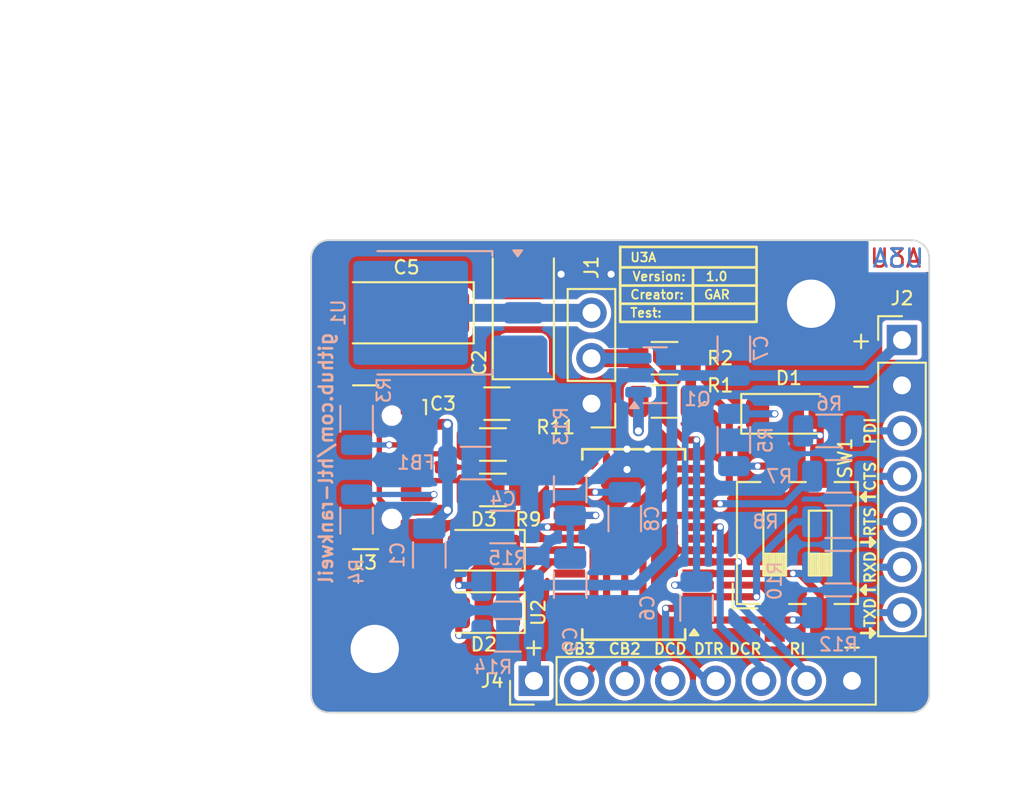
<source format=kicad_pcb>
(kicad_pcb (version 20221018) (generator pcbnew)
  (title_block (title "${acronym} - ${title}") (date "${date}") (rev "${revision}") (company "${company}") (comment 1 "${creator}") (comment 2 "${license}"))
  (layers (0 "F.Cu" signal) (31 "B.Cu" signal) (34 "B.Paste" user) (35 "F.Paste" user) (36 "B.SilkS" user "B.Silkscreen") (37 "F.SilkS" user "F.Silkscreen") (38 "B.Mask" user) (39 "F.Mask" user) (44 "Edge.Cuts" user))
  (property "acronym" "U3A")
  (property "company" "HTL-Rankweil")
  (property "creator" "GAR")
  (property "date" "1337-13-37")
  (property "license" "CC BY-NC-SA 4.0")
  (property "link" "github.com/htl-rankweil")
  (property "revision" "1.0")
  (property "title" "U3A - USB/UART/UPDI Adapter")
  (net 0 "")
  (net 1 "GND")
  (net 2 "+5V")
  (net 3 "VCC")
  (net 4 "Net-(D1-K)")
  (net 5 "Net-(D1-A)")
  (net 6 "Net-(J1-Pin_3)")
  (net 7 "Net-(D2-K)")
  (net 8 "Net-(D2-A)")
  (net 9 "Net-(D3-K)")
  (net 10 "Net-(D3-A)")
  (net 11 "Net-(J1-Pin_2)")
  (net 12 "RTS")
  (net 13 "CTS")
  (net 14 "/DTR")
  (net 15 "/DCR")
  (net 16 "/DCD")
  (net 17 "/RI")
  (net 18 "/CBUS2")
  (net 19 "/CBUS3")
  (net 20 "Net-(Q1-G)")
  (net 21 "~{PWR_EN}")
  (net 22 "TXD")
  (net 23 "RXD")
  (net 24 "Net-(C1-Pad2)")
  (net 25 "Net-(U2-3V3OUT)")
  (net 26 "Net-(U2-~{RESET})")
  (net 27 "Net-(J2-Pin_3)")
  (net 28 "Net-(J2-Pin_4)")
  (net 29 "Net-(J2-Pin_5)")
  (net 30 "Net-(J2-Pin_6)")
  (net 31 "Net-(J2-Pin_7)")
  (net 32 "Net-(J3-CC1)")
  (net 33 "Net-(J3-D+-PadA6)")
  (net 34 "Net-(J3-D--PadA7)")
  (net 36 "Net-(J3-CC2)")
  (net 38 "Net-(R5-Pad2)")
  (net 39 "Net-(U2-USBD+)")
  (net 40 "Net-(U2-USBD-)")
  (footprint "Capacitor_Tantalum_SMD:CP_EIA-6032-28_Kemet-C" (layer "F.Cu") (at 156.637618 80.219118 90)
    (fp_text reference "C2" (at -2.838882 -2.459618 90) (layer "F.SilkS") (effects (font (size 0.75 0.75) (thickness 0.12))))
    (fp_text value "10u")
    (pad "1" smd roundrect (at -2.4625 0 90) (size 2.075 2.35) (layers "F.Cu" "F.Paste" "F.Mask") (roundrect_rratio 0.1204819277) (net 2 "+5V"))
    (pad "2" smd roundrect (at 2.4625 0 90) (size 2.075 2.35) (layers "F.Cu" "F.Paste" "F.Mask") (roundrect_rratio 0.1204819277) (net 1 "GND"))
  )
  (footprint "Button_Switch_SMD:SW_DIP_SPSTx02_Slide_6.7x6.64mm_W8.61mm_P2.54mm_LowProfile" (layer "F.Cu") (at 171.958 93.138 90)
    (fp_text reference "SW1" (at 4.746 2.667 90) (layer "F.SilkS") (effects (font (size 0.75 0.75) (thickness 0.12))))
    (fp_text value "SW_DIP_x02" hide)
    (pad "1" smd rect (at -4.305 -1.27 90) (size 2.44 1.12) (layers "F.Cu" "F.Paste" "F.Mask") (net 22 "TXD"))
    (pad "2" smd rect (at -4.305 1.27 90) (size 2.44 1.12) (layers "F.Cu" "F.Paste" "F.Mask") (net 23 "RXD"))
    (pad "3" smd rect (at 4.305 1.27 90) (size 2.44 1.12) (layers "F.Cu" "F.Paste" "F.Mask") (net 5 "Net-(D1-A)"))
    (pad "4" smd rect (at 4.305 -1.27 90) (size 2.44 1.12) (layers "F.Cu" "F.Paste" "F.Mask") (net 38 "Net-(R5-Pad2)"))
  )
  (footprint "MountingHole:MountingHole_2.7mm_M2.5_Pad" (layer "F.Cu") (at 148.336 99.06)
    (fp_text reference "H1" hide)
    (fp_text value "MountingHole_Pad" hide)
    (pad "1" thru_hole circle (at 0 0) (size 5.4 5.4) (drill 2.7) (layers "*.Cu" "*.Mask") (net 1 "GND"))
  )
  (footprint "Resistor_SMD:R_1206_3216Metric" (layer "F.Cu") (at 154.94 90.17)
    (fp_text reference "R9" (at 1.9812 1.651) (layer "F.SilkS") (effects (font (size 0.75 0.75) (thickness 0.12))))
    (fp_text value "27R")
    (pad "1" smd roundrect (at -1.4625 0) (size 1.125 1.75) (layers "F.Cu" "F.Paste" "F.Mask") (roundrect_rratio 0.2222222222) (net 33 "Net-(J3-D+-PadA6)"))
    (pad "2" smd roundrect (at 1.4625 0) (size 1.125 1.75) (layers "F.Cu" "F.Paste" "F.Mask") (roundrect_rratio 0.2222222222) (net 39 "Net-(U2-USBD+)"))
  )
  (footprint "Capacitor_SMD:C_1206_3216Metric" (layer "F.Cu") (at 155.162618 85.344)
    (fp_text reference "C3" (at -3.016618 0) (layer "F.SilkS") (effects (font (size 0.75 0.75) (thickness 0.12))))
    (fp_text value "100n")
    (pad "1" smd roundrect (at -1.475 0) (size 1.15 1.8) (layers "F.Cu" "F.Paste" "F.Mask") (roundrect_rratio 0.2173913043) (net 1 "GND"))
    (pad "2" smd roundrect (at 1.475 0) (size 1.15 1.8) (layers "F.Cu" "F.Paste" "F.Mask") (roundrect_rratio 0.2173913043) (net 2 "+5V"))
  )
  (footprint "LED_SMD:LED_1206_3216Metric" (layer "F.Cu") (at 154.432 97.028 180)
    (fp_text reference "D2" (at 0 -1.778) (layer "F.SilkS") (effects (font (size 0.75 0.75) (thickness 0.12))))
    (fp_text value "Red")
    (pad "1" smd roundrect (at -1.4 0 180) (size 1.25 1.75) (layers "F.Cu" "F.Paste" "F.Mask") (roundrect_rratio 0.2) (net 7 "Net-(D2-K)"))
    (pad "2" smd roundrect (at 1.4 0 180) (size 1.25 1.75) (layers "F.Cu" "F.Paste" "F.Mask") (roundrect_rratio 0.2) (net 8 "Net-(D2-A)"))
  )
  (footprint "Connector_PinHeader_2.54mm:PinHeader_1x08_P2.54mm_Vertical" (layer "F.Cu") (at 157.226 100.843618 90)
    (fp_text reference "J4" (at 0 -2.33 180) (layer "F.SilkS") (effects (font (size 0.75 0.75) (thickness 0.12))))
    (fp_text value "Conn_01x08_Pin" hide)
    (pad "1" thru_hole rect locked (at 0 0 90) (size 1.7 1.7) (drill 1) (layers "*.Cu" "*.Mask") (net 3 "VCC"))
    (pad "2" thru_hole oval locked (at 0 2.54 90) (size 1.7 1.7) (drill 1) (layers "*.Cu" "*.Mask") (net 19 "/CBUS3"))
    (pad "3" thru_hole oval locked (at 0 5.08 90) (size 1.7 1.7) (drill 1) (layers "*.Cu" "*.Mask") (net 18 "/CBUS2"))
    (pad "4" thru_hole oval locked (at 0 7.62 90) (size 1.7 1.7) (drill 1) (layers "*.Cu" "*.Mask") (net 16 "/DCD"))
    (pad "5" thru_hole oval locked (at 0 10.16 90) (size 1.7 1.7) (drill 1) (layers "*.Cu" "*.Mask") (net 14 "/DTR"))
    (pad "6" thru_hole oval locked (at 0 12.7 90) (size 1.7 1.7) (drill 1) (layers "*.Cu" "*.Mask") (net 15 "/DCR"))
    (pad "7" thru_hole oval locked (at 0 15.24 90) (size 1.7 1.7) (drill 1) (layers "*.Cu" "*.Mask") (net 17 "/RI"))
    (pad "8" thru_hole oval locked (at 0 17.78 90) (size 1.7 1.7) (drill 1) (layers "*.Cu" "*.Mask") (net 1 "GND"))
  )
  (footprint "Resistor_SMD:R_1206_3216Metric" (layer "F.Cu") (at 164.5305 82.804)
    (fp_text reference "R2" (at 3.1095 0) (layer "F.SilkS") (effects (font (size 0.75 0.75) (thickness 0.12))))
    (fp_text value "10k")
    (pad "1" smd roundrect (at -1.4625 0) (size 1.125 1.75) (layers "F.Cu" "F.Paste" "F.Mask") (roundrect_rratio 0.2222222222) (net 11 "Net-(J1-Pin_2)"))
    (pad "2" smd roundrect (at 1.4625 0) (size 1.125 1.75) (layers "F.Cu" "F.Paste" "F.Mask") (roundrect_rratio 0.2222222222) (net 21 "~{PWR_EN}"))
  )
  (footprint "Connector_PinHeader_2.54mm:PinHeader_1x07_P2.54mm_Vertical" (layer "F.Cu") (at 177.8 81.783)
    (fp_text reference "J2" (at 0 -2.33) (layer "F.SilkS") (effects (font (size 0.75 0.75) (thickness 0.12))))
    (fp_text value "Conn_01x07_Pin" hide)
    (pad "1" thru_hole rect locked (at 0 0) (size 1.7 1.7) (drill 1) (layers "*.Cu" "*.Mask") (net 3 "VCC"))
    (pad "2" thru_hole oval locked (at 0 2.54) (size 1.7 1.7) (drill 1) (layers "*.Cu" "*.Mask") (net 1 "GND"))
    (pad "3" thru_hole oval locked (at 0 5.08) (size 1.7 1.7) (drill 1) (layers "*.Cu" "*.Mask") (net 27 "Net-(J2-Pin_3)"))
    (pad "4" thru_hole oval locked (at 0 7.62) (size 1.7 1.7) (drill 1) (layers "*.Cu" "*.Mask") (net 28 "Net-(J2-Pin_4)"))
    (pad "5" thru_hole oval locked (at 0 10.16) (size 1.7 1.7) (drill 1) (layers "*.Cu" "*.Mask") (net 29 "Net-(J2-Pin_5)"))
    (pad "6" thru_hole oval locked (at 0 12.7) (size 1.7 1.7) (drill 1) (layers "*.Cu" "*.Mask") (net 30 "Net-(J2-Pin_6)"))
    (pad "7" thru_hole oval locked (at 0 15.24) (size 1.7 1.7) (drill 1) (layers "*.Cu" "*.Mask") (net 31 "Net-(J2-Pin_7)"))
  )
  (footprint "Resistor_SMD:R_1206_3216Metric" (layer "F.Cu") (at 154.94 87.63)
    (fp_text reference "R11" (at 3.5052 -0.9652) (layer "F.SilkS") (effects (font (size 0.75 0.75) (thickness 0.12))))
    (fp_text value "27R")
    (pad "1" smd roundrect (at -1.4625 0) (size 1.125 1.75) (layers "F.Cu" "F.Paste" "F.Mask") (roundrect_rratio 0.2222222222) (net 34 "Net-(J3-D--PadA7)"))
    (pad "2" smd roundrect (at 1.4625 0) (size 1.125 1.75) (layers "F.Cu" "F.Paste" "F.Mask") (roundrect_rratio 0.2222222222) (net 40 "Net-(U2-USBD-)"))
  )
  (footprint "Diode_SMD:D_MiniMELF" (layer "F.Cu") (at 171.478 85.9135)
    (fp_text reference "D1" (at 0 -2) (layer "F.SilkS") (effects (font (size 0.75 0.75) (thickness 0.12))))
    (fp_text value "BAT43")
    (pad "1" smd roundrect (at -1.75 0) (size 1.3 1.7) (layers "F.Cu" "F.Paste" "F.Mask") (roundrect_rratio 0.1923076923) (net 4 "Net-(D1-K)"))
    (pad "2" smd roundrect (at 1.75 0) (size 1.3 1.7) (layers "F.Cu" "F.Paste" "F.Mask") (roundrect_rratio 0.1923076923) (net 5 "Net-(D1-A)"))
  )
  (footprint "LED_SMD:LED_1206_3216Metric" (layer "F.Cu") (at 154.432 93.543 180)
    (fp_text reference "D3" (at 0 1.722) (layer "F.SilkS") (effects (font (size 0.75 0.75) (thickness 0.12))))
    (fp_text value "Green")
    (pad "1" smd roundrect (at -1.4 0 180) (size 1.25 1.75) (layers "F.Cu" "F.Paste" "F.Mask") (roundrect_rratio 0.2) (net 9 "Net-(D3-K)"))
    (pad "2" smd roundrect (at 1.4 0 180) (size 1.25 1.75) (layers "F.Cu" "F.Paste" "F.Mask") (roundrect_rratio 0.2) (net 10 "Net-(D3-A)"))
  )
  (footprint "Connector_PinHeader_2.54mm:PinHeader_1x03_P2.54mm_Vertical" (layer "F.Cu") (at 160.447618 85.344 180)
    (fp_text reference "J1" (at 0 7.62 90) (layer "F.SilkS") (effects (font (size 0.75 0.75) (thickness 0.12))))
    (fp_text value "Conn_01x03_Pin" hide)
    (pad "1" thru_hole rect locked (at 0 0 180) (size 1.7 1.7) (drill 1) (layers "*.Cu" "*.Mask") (net 2 "+5V"))
    (pad "2" thru_hole oval locked (at 0 2.54 180) (size 1.7 1.7) (drill 1) (layers "*.Cu" "*.Mask") (net 11 "Net-(J1-Pin_2)"))
    (pad "3" thru_hole oval locked (at 0 5.08 180) (size 1.7 1.7) (drill 1) (layers "*.Cu" "*.Mask") (net 6 "Net-(J1-Pin_3)"))
  )
  (footprint "MountingHole:MountingHole_2.7mm_M2.5_Pad" (layer "F.Cu") (at 172.72 79.756)
    (fp_text reference "H2" hide)
    (fp_text value "MountingHole_Pad" hide)
    (pad "1" thru_hole circle (at 0 0) (size 5.4 5.4) (drill 2.7) (layers "*.Cu" "*.Mask") (net 1 "GND"))
  )
  (footprint "Capacitor_Tantalum_SMD:CP_EIA-6032-28_Kemet-C" (layer "F.Cu") (at 150.107618 80.264 180)
    (fp_text reference "C5" (at 0 2.54) (layer "F.SilkS") (effects (font (size 0.75 0.75) (thickness 0.12))))
    (fp_text value "10u")
    (pad "1" smd roundrect (at -2.4625 0 180) (size 2.075 2.35) (layers "F.Cu" "F.Paste" "F.Mask") (roundrect_rratio 0.1204819277) (net 6 "Net-(J1-Pin_3)"))
    (pad "2" smd roundrect (at 2.4625 0 180) (size 2.075 2.35) (layers "F.Cu" "F.Paste" "F.Mask") (roundrect_rratio 0.1204819277) (net 1 "GND"))
  )
  (footprint "Connector_USB:USB_C_Receptacle_GCT_USB4110" (layer "F.Cu") (at 146.685 88.9 -90)
    (fp_text reference "J3" (at 5.334 -1.143 unlocked) (layer "F.SilkS") (effects (font (size 0.75 0.75) (thickness 0.12))))
    (fp_text value "USB_C")
    (pad "" np_thru_hole circle locked (at -2.89 -2.605 270) (size 0.65 0.65) (drill 0.65) (layers "F&B.Cu" "*.Mask"))
    (pad "" np_thru_hole circle locked (at 2.89 -2.605 270) (size 0.65 0.65) (drill 0.65) (layers "F&B.Cu" "*.Mask"))
    (pad "A1" smd roundrect locked (at -3.2 -3.68 270) (size 0.6 1.15) (layers "F.Cu" "F.Paste" "F.Mask") (net 1 "GND"))
    (pad "A4" smd roundrect locked (at -2.4 -3.68 270) (size 0.6 1.15) (layers "F.Cu" "F.Paste" "F.Mask") (net 24 "Net-(C1-Pad2)"))
    (pad "A5" smd roundrect locked (at -1.25 -3.68 270) (size 0.3 1.15) (layers "F.Cu" "F.Paste" "F.Mask") (net 32 "Net-(J3-CC1)"))
    (pad "A6" smd roundrect locked (at -0.25 -3.68 270) (size 0.3 1.15) (layers "F.Cu" "F.Paste" "F.Mask") (net 33 "Net-(J3-D+-PadA6)"))
    (pad "A7" smd roundrect locked (at 0.25 -3.68 270) (size 0.3 1.15) (layers "F.Cu" "F.Paste" "F.Mask") (net 34 "Net-(J3-D--PadA7)"))
    (pad "A8" smd roundrect locked (at 1.25 -3.68 270) (size 0.3 1.15) (layers "F.Cu" "F.Paste" "F.Mask"))
    (pad "A9" smd roundrect locked (at 2.4 -3.68 270) (size 0.6 1.15) (layers "F.Cu" "F.Paste" "F.Mask") (net 24 "Net-(C1-Pad2)"))
    (pad "A12" smd roundrect locked (at 3.2 -3.68 270) (size 0.6 1.15) (layers "F.Cu" "F.Paste" "F.Mask") (net 1 "GND"))
    (pad "B1" smd roundrect locked (at 3.2 -3.68 270) (size 0.6 1.15) (layers "F.Cu" "F.Paste" "F.Mask") (net 1 "GND"))
    (pad "B4" smd roundrect locked (at 2.4 -3.68 270) (size 0.6 1.15) (layers "F.Cu" "F.Paste" "F.Mask") (net 24 "Net-(C1-Pad2)"))
    (pad "B5" smd roundrect locked (at 1.75 -3.68 270) (size 0.3 1.15) (layers "F.Cu" "F.Paste" "F.Mask") (net 36 "Net-(J3-CC2)"))
    (pad "B6" smd roundrect locked (at 0.75 -3.68 270) (size 0.3 1.15) (layers "F.Cu" "F.Paste" "F.Mask") (net 33 "Net-(J3-D+-PadA6)"))
    (pad "B7" smd roundrect locked (at -0.75 -3.68 270) (size 0.3 1.15) (layers "F.Cu" "F.Paste" "F.Mask") (net 34 "Net-(J3-D--PadA7)"))
    (pad "B8" smd roundrect locked (at -1.75 -3.68 270) (size 0.3 1.15) (layers "F.Cu" "F.Paste" "F.Mask"))
    (pad "B9" smd roundrect locked (at -2.4 -3.68 270) (size 0.6 1.15) (layers "F.Cu" "F.Paste" "F.Mask") (net 24 "Net-(C1-Pad2)"))
    (pad "B12" smd roundrect locked (at -3.2 -3.68 270) (size 0.6 1.15) (layers "F.Cu" "F.Paste" "F.Mask") (net 1 "GND"))
    (pad "S1" smd roundrect locked (at -5.11 -3.105 270) (size 2.18 2) (layers "F.Cu" "F.Paste" "F.Mask") (roundrect_rratio 0.125) (net 1 "GND"))
    (pad "S1" smd roundrect locked (at -5.11 0.825 270) (size 2.18 2) (layers "F.Cu" "F.Paste" "F.Mask") (roundrect_rratio 0.125) (net 1 "GND"))
    (pad "S1" smd roundrect locked (at 5.11 -3.105 270) (size 2.18 2) (layers "F.Cu" "F.Paste" "F.Mask") (roundrect_rratio 0.125) (net 1 "GND"))
    (pad "S1" smd roundrect locked (at 5.11 0.825 270) (size 2.18 2) (layers "F.Cu" "F.Paste" "F.Mask") (roundrect_rratio 0.125) (net 1 "GND"))
  )
  (footprint "Package_SO:SSOP-28_5.3x10.2mm_P0.65mm" (layer "F.Cu") (at 162.807618 93.218 180)
    (fp_text reference "U2" (at 5.327618 -3.81 90) (layer "F.SilkS") (effects (font (size 0.75 0.75) (thickness 0.12))))
    (fp_text value "FT232RL")
    (pad "1" smd rect (at -3.6 -4.225 180) (size 1.75 0.45) (layers "F.Cu" "F.Paste" "F.Mask") (net 22 "TXD"))
    (pad "2" smd rect (at -3.6 -3.575 180) (size 1.75 0.45) (layers "F.Cu" "F.Paste" "F.Mask") (net 14 "/DTR"))
    (pad "3" smd rect (at -3.6 -2.925 180) (size 1.75 0.45) (layers "F.Cu" "F.Paste" "F.Mask") (net 12 "RTS"))
    (pad "4" smd rect (at -3.6 -2.275 180) (size 1.75 0.45) (layers "F.Cu" "F.Paste" "F.Mask") (net 11 "Net-(J1-Pin_2)"))
    (pad "5" smd rect (at -3.6 -1.625 180) (size 1.75 0.45) (layers "F.Cu" "F.Paste" "F.Mask") (net 23 "RXD"))
    (pad "6" smd rect (at -3.6 -0.975 180) (size 1.75 0.45) (layers "F.Cu" "F.Paste" "F.Mask") (net 17 "/RI"))
    (pad "7" smd rect (at -3.6 -0.325 180) (size 1.75 0.45) (layers "F.Cu" "F.Paste" "F.Mask") (net 1 "GND"))
    (pad "8" smd rect (at -3.6 0.325 180) (size 1.75 0.45) (layers "F.Cu" "F.Paste" "F.Mask"))
    (pad "9" smd rect (at -3.6 0.975 180) (size 1.75 0.45) (layers "F.Cu" "F.Paste" "F.Mask") (net 15 "/DCR"))
    (pad "10" smd rect (at -3.6 1.625 180) (size 1.75 0.45) (layers "F.Cu" "F.Paste" "F.Mask") (net 16 "/DCD"))
    (pad "11" smd rect (at -3.6 2.275 180) (size 1.75 0.45) (layers "F.Cu" "F.Paste" "F.Mask") (net 13 "CTS"))
    (pad "12" smd rect (at -3.6 2.925 180) (size 1.75 0.45) (layers "F.Cu" "F.Paste" "F.Mask") (net 21 "~{PWR_EN}"))
    (pad "13" smd rect (at -3.6 3.575 180) (size 1.75 0.45) (layers "F.Cu" "F.Paste" "F.Mask") (net 18 "/CBUS2"))
    (pad "14" smd rect (at -3.6 4.225 180) (size 1.75 0.45) (layers "F.Cu" "F.Paste" "F.Mask") (net 19 "/CBUS3"))
    (pad "15" smd rect (at 3.6 4.225 180) (size 1.75 0.45) (layers "F.Cu" "F.Paste" "F.Mask") (net 39 "Net-(U2-USBD+)"))
    (pad "16" smd rect (at 3.6 3.575 180) (size 1.75 0.45) (layers "F.Cu" "F.Paste" "F.Mask") (net 40 "Net-(U2-USBD-)"))
    (pad "17" smd rect (at 3.6 2.925 180) (size 1.75 0.45) (layers "F.Cu" "F.Paste" "F.Mask") (net 25 "Net-(U2-3V3OUT)"))
    (pad "18" smd rect (at 3.6 2.275 180) (size 1.75 0.45) (layers "F.Cu" "F.Paste" "F.Mask") (net 1 "GND"))
    (pad "19" smd rect (at 3.6 1.625 180) (size 1.75 0.45) (layers "F.Cu" "F.Paste" "F.Mask") (net 26 "Net-(U2-~{RESET})"))
    (pad "20" smd rect (at 3.6 0.975 180) (size 1.75 0.45) (layers "F.Cu" "F.Paste" "F.Mask") (net 2 "+5V"))
    (pad "21" smd rect (at 3.6 0.325 180) (size 1.75 0.45) (layers "F.Cu" "F.Paste" "F.Mask") (net 1 "GND"))
    (pad "22" smd rect (at 3.6 -0.325 180) (size 1.75 0.45) (layers "F.Cu" "F.Paste" "F.Mask") (net 9 "Net-(D3-K)"))
    (pad "23" smd rect (at 3.6 -0.975 180) (size 1.75 0.45) (layers "F.Cu" "F.Paste" "F.Mask") (net 7 "Net-(D2-K)"))
    (pad "24" smd rect (at 3.6 -1.625 180) (size 1.75 0.45) (layers "F.Cu" "F.Paste" "F.Mask"))
    (pad "25" smd rect (at 3.6 -2.275 180) (size 1.75 0.45) (layers "F.Cu" "F.Paste" "F.Mask") (net 1 "GND"))
    (pad "26" smd rect (at 3.6 -2.925 180) (size 1.75 0.45) (layers "F.Cu" "F.Paste" "F.Mask"))
    (pad "27" smd rect (at 3.6 -3.575 180) (size 1.75 0.45) (layers "F.Cu" "F.Paste" "F.Mask"))
    (pad "28" smd rect (at 3.6 -4.225 180) (size 1.75 0.45) (layers "F.Cu" "F.Paste" "F.Mask"))
  )
  (footprint "Resistor_SMD:R_1206_3216Metric" (layer "F.Cu") (at 164.5305 85.221618 180)
    (fp_text reference "R1" (at -3.1095 0.893618 -360) (layer "F.SilkS") (effects (font (size 0.75 0.75) (thickness 0.12))))
    (fp_text value "1k")
    (pad "1" smd roundrect (at -1.4625 0 180) (size 1.125 1.75) (layers "F.Cu" "F.Paste" "F.Mask") (roundrect_rratio 0.2222222222) (net 21 "~{PWR_EN}"))
    (pad "2" smd roundrect (at 1.4625 0 180) (size 1.125 1.75) (layers "F.Cu" "F.Paste" "F.Mask") (roundrect_rratio 0.2222222222) (net 20 "Net-(Q1-G)"))
  )
  (footprint "Capacitor_SMD:C_1206_3216Metric" (layer "B.Cu") (at 168.402 82.2942 -90)
    (fp_text reference "C7" (at -0.049 -1.524 90) (layer "B.SilkS") (effects (font (size 0.75 0.75) (thickness 0.12)) (justify mirror)))
    (fp_text value "100n")
    (pad "1" smd roundrect (at -1.475 0 270) (size 1.15 1.8) (layers "B.Cu" "B.Paste" "B.Mask") (roundrect_rratio 0.2173913043) (net 1 "GND"))
    (pad "2" smd roundrect (at 1.475 0 270) (size 1.15 1.8) (layers "B.Cu" "B.Paste" "B.Mask") (roundrect_rratio 0.2173913043) (net 3 "VCC"))
  )
  (footprint "Resistor_SMD:R_1206_3216Metric" (layer "B.Cu") (at 155.7635 98.298 180)
    (fp_text reference "R14" (at 0.8235 -1.778) (layer "B.SilkS") (effects (font (size 0.75 0.75) (thickness 0.12)) (justify mirror)))
    (fp_text value "220")
    (pad "1" smd roundrect (at -1.4625 0 180) (size 1.125 1.75) (layers "B.Cu" "B.Paste" "B.Mask") (roundrect_rratio 0.2222222222) (net 3 "VCC"))
    (pad "2" smd roundrect (at 1.4625 0 180) (size 1.125 1.75) (layers "B.Cu" "B.Paste" "B.Mask") (roundrect_rratio 0.2222222222) (net 8 "Net-(D2-A)"))
  )
  (footprint "Resistor_SMD:R_1206_3216Metric" (layer "B.Cu") (at 174.244 94.488 180)
    (fp_text reference "R10" (at 3.556 -0.762 90) (layer "B.SilkS") (effects (font (size 0.75 0.75) (thickness 0.12)) (justify mirror)))
    (fp_text value "1k")
    (pad "1" smd roundrect (at -1.4625 0 180) (size 1.125 1.75) (layers "B.Cu" "B.Paste" "B.Mask") (roundrect_rratio 0.2222222222) (net 30 "Net-(J2-Pin_6)"))
    (pad "2" smd roundrect (at 1.4625 0 180) (size 1.125 1.75) (layers "B.Cu" "B.Paste" "B.Mask") (roundrect_rratio 0.2222222222) (net 23 "RXD"))
  )
  (footprint "Resistor_SMD:R_1206_3216Metric" (layer "B.Cu") (at 174.244 97.028 180)
    (fp_text reference "R12" (at 0 -1.778) (layer "B.SilkS") (effects (font (size 0.75 0.75) (thickness 0.12)) (justify mirror)))
    (fp_text value "1k")
    (pad "1" smd roundrect (at -1.4625 0 180) (size 1.125 1.75) (layers "B.Cu" "B.Paste" "B.Mask") (roundrect_rratio 0.2222222222) (net 31 "Net-(J2-Pin_7)"))
    (pad "2" smd roundrect (at 1.4625 0 180) (size 1.125 1.75) (layers "B.Cu" "B.Paste" "B.Mask") (roundrect_rratio 0.2222222222) (net 22 "TXD"))
  )
  (footprint "Capacitor_SMD:C_1206_3216Metric" (layer "B.Cu") (at 166.3192 96.774 90)
    (fp_text reference "C6" (at 0.0018 -2.7432 90) (layer "B.SilkS") (effects (font (size 0.75 0.75) (thickness 0.12)) (justify mirror)))
    (fp_text value "100n")
    (pad "1" smd roundrect (at -1.475 0 90) (size 1.15 1.8) (layers "B.Cu" "B.Paste" "B.Mask") (roundrect_rratio 0.2173913043) (net 1 "GND"))
    (pad "2" smd roundrect (at 1.475 0 90) (size 1.15 1.8) (layers "B.Cu" "B.Paste" "B.Mask") (roundrect_rratio 0.2173913043) (net 11 "Net-(J1-Pin_2)"))
  )
  (footprint "Capacitor_SMD:C_1206_3216Metric" (layer "B.Cu") (at 162.306 91.772 90)
    (fp_text reference "C8" (at 0 1.524 90) (layer "B.SilkS") (effects (font (size 0.75 0.75) (thickness 0.12)) (justify mirror)))
    (fp_text value "100n")
    (pad "1" smd roundrect (at -1.475 0 90) (size 1.15 1.8) (layers "B.Cu" "B.Paste" "B.Mask") (roundrect_rratio 0.2173913043) (net 1 "GND"))
    (pad "2" smd roundrect (at 1.475 0 90) (size 1.15 1.8) (layers "B.Cu" "B.Paste" "B.Mask") (roundrect_rratio 0.2173913043) (net 25 "Net-(U2-3V3OUT)"))
  )
  (footprint "Resistor_SMD:R_1206_3216Metric" (layer "B.Cu") (at 147.32 91.8865 90)
    (fp_text reference "R4" (at -2.8555 0 90) (layer "B.SilkS") (effects (font (size 0.75 0.75) (thickness 0.12)) (justify mirror)))
    (fp_text value "5k1")
    (pad "1" smd roundrect (at -1.4625 0 90) (size 1.125 1.75) (layers "B.Cu" "B.Paste" "B.Mask") (roundrect_rratio 0.2222222222) (net 1 "GND"))
    (pad "2" smd roundrect (at 1.4625 0 90) (size 1.125 1.75) (layers "B.Cu" "B.Paste" "B.Mask") (roundrect_rratio 0.2222222222) (net 36 "Net-(J3-CC2)"))
  )
  (footprint "Resistor_SMD:R_1206_3216Metric" (layer "B.Cu") (at 168.402 87.376 -90)
    (fp_text reference "R5" (at 0 -1.778 90) (layer "B.SilkS") (effects (font (size 0.75 0.75) (thickness 0.12)) (justify mirror)))
    (fp_text value "1k")
    (pad "1" smd roundrect (at -1.4625 0 270) (size 1.125 1.75) (layers "B.Cu" "B.Paste" "B.Mask") (roundrect_rratio 0.2222222222) (net 4 "Net-(D1-K)"))
    (pad "2" smd roundrect (at 1.4625 0 270) (size 1.125 1.75) (layers "B.Cu" "B.Paste" "B.Mask") (roundrect_rratio 0.2222222222) (net 38 "Net-(R5-Pad2)"))
  )
  (footprint "Capacitor_SMD:C_1206_3216Metric" (layer "B.Cu") (at 151.384 93.804 90)
    (fp_text reference "C1" (at 0 -1.778 90) (layer "B.SilkS") (effects (font (size 0.75 0.75) (thickness 0.12)) (justify mirror)))
    (fp_text value "10n")
    (pad "1" smd roundrect (at -1.475 0 90) (size 1.15 1.8) (layers "B.Cu" "B.Paste" "B.Mask") (roundrect_rratio 0.2173913043) (net 1 "GND"))
    (pad "2" smd roundrect (at 1.475 0 90) (size 1.15 1.8) (layers "B.Cu" "B.Paste" "B.Mask") (roundrect_rratio 0.2173913043) (net 24 "Net-(C1-Pad2)"))
  )
  (footprint "Resistor_SMD:R_1206_3216Metric" (layer "B.Cu") (at 147.32 86.1875 -90)
    (fp_text reference "R3" (at -1.6055 -1.524 90) (layer "B.SilkS") (effects (font (size 0.75 0.75) (thickness 0.12)) (justify mirror)))
    (fp_text value "5k1")
    (pad "1" smd roundrect (at -1.4625 0 270) (size 1.125 1.75) (layers "B.Cu" "B.Paste" "B.Mask") (roundrect_rratio 0.2222222222) (net 1 "GND"))
    (pad "2" smd roundrect (at 1.4625 0 270) (size 1.125 1.75) (layers "B.Cu" "B.Paste" "B.Mask") (roundrect_rratio 0.2222222222) (net 32 "Net-(J3-CC1)"))
  )
  (footprint "Inductor_SMD:L_1206_3216Metric" (layer "B.Cu") (at 153.975 88.668)
    (fp_text reference "FB1" (at -3.353 -0.022) (layer "B.SilkS") (effects (font (size 0.75 0.75) (thickness 0.12)) (justify mirror)))
    (fp_text value "FerriteBead_Small" hide)
    (pad "1" smd roundrect (at -1.575 0) (size 1.05 1.9) (layers "B.Cu" "B.Paste" "B.Mask") (roundrect_rratio 0.2380952381) (net 24 "Net-(C1-Pad2)"))
    (pad "2" smd roundrect (at 1.575 0) (size 1.05 1.9) (layers "B.Cu" "B.Paste" "B.Mask") (roundrect_rratio 0.2380952381) (net 2 "+5V"))
  )
  (footprint "Capacitor_SMD:C_1206_3216Metric" (layer "B.Cu") (at 155.497 92.243)
    (fp_text reference "C4" (at 0 -1.565) (layer "B.SilkS") (effects (font (size 0.75 0.75) (thickness 0.12)) (justify mirror)))
    (fp_text value "100n")
    (pad "1" smd roundrect (at -1.475 0) (size 1.15 1.8) (layers "B.Cu" "B.Paste" "B.Mask") (roundrect_rratio 0.2173913043) (net 1 "GND"))
    (pad "2" smd roundrect (at 1.475 0) (size 1.15 1.8) (layers "B.Cu" "B.Paste" "B.Mask") (roundrect_rratio 0.2173913043) (net 2 "+5V"))
  )
  (footprint "Resistor_SMD:R_1206_3216Metric" (layer "B.Cu") (at 173.736 86.868 180)
    (fp_text reference "R6" (at 0 1.524) (layer "B.SilkS") (effects (font (size 0.75 0.75) (thickness 0.12)) (justify mirror)))
    (fp_text value "470")
    (pad "1" smd roundrect (at -1.4625 0 180) (size 1.125 1.75) (layers "B.Cu" "B.Paste" "B.Mask") (roundrect_rratio 0.2222222222) (net 27 "Net-(J2-Pin_3)"))
    (pad "2" smd roundrect (at 1.4625 0 180) (size 1.125 1.75) (layers "B.Cu" "B.Paste" "B.Mask") (roundrect_rratio 0.2222222222) (net 5 "Net-(D1-A)"))
  )
  (footprint "Resistor_SMD:R_1206_3216Metric" (layer "B.Cu") (at 174.244 89.408 180)
    (fp_text reference "R7" (at 3.302 0) (layer "B.SilkS") (effects (font (size 0.75 0.75) (thickness 0.12)) (justify mirror)))
    (fp_text value "1k")
    (pad "1" smd roundrect (at -1.4625 0 180) (size 1.125 1.75) (layers "B.Cu" "B.Paste" "B.Mask") (roundrect_rratio 0.2222222222) (net 28 "Net-(J2-Pin_4)"))
    (pad "2" smd roundrect (at 1.4625 0 180) (size 1.125 1.75) (layers "B.Cu" "B.Paste" "B.Mask") (roundrect_rratio 0.2222222222) (net 13 "CTS"))
  )
  (footprint "Package_TO_SOT_SMD:TO-252-3_TabPin2" (layer "B.Cu") (at 151.597618 80.264 180)
    (fp_text reference "U1" (at 5.293618 0 90) (layer "B.SilkS") (effects (font (size 0.75 0.75) (thickness 0.12)) (justify mirror)))
    (fp_text value "LD1117S33TR")
    (pad "1" smd roundrect (at -5.04 2.28 180) (size 2.2 1.2) (layers "B.Cu" "B.Paste" "B.Mask") (roundrect_rratio 0.2083333333) (net 1 "GND"))
    (pad "2" smd roundrect (at -5.04 0 180) (size 2.2 1.2) (layers "B.Cu" "B.Paste" "B.Mask") (roundrect_rratio 0.2083333333) (net 6 "Net-(J1-Pin_3)"))
    (pad "2" smd roundrect (at -0.415 -1.525 180) (size 3.05 2.75) (layers "B.Cu" "B.Paste") (roundrect_rratio 0.09090909091) (net 6 "Net-(J1-Pin_3)"))
    (pad "2" smd roundrect (at -0.415 1.525 180) (size 3.05 2.75) (layers "B.Cu" "B.Paste") (roundrect_rratio 0.09090909091) (net 6 "Net-(J1-Pin_3)"))
    (pad "2" smd roundrect (at 1.26 0 180) (size 6.4 5.8) (layers "B.Cu" "B.Mask") (roundrect_rratio 0.04310293103) (net 6 "Net-(J1-Pin_3)"))
    (pad "2" smd roundrect (at 2.935 -1.525 180) (size 3.05 2.75) (layers "B.Cu" "B.Paste") (roundrect_rratio 0.09090909091) (net 6 "Net-(J1-Pin_3)"))
    (pad "2" smd roundrect (at 2.935 1.525 180) (size 3.05 2.75) (layers "B.Cu" "B.Paste") (roundrect_rratio 0.09090909091) (net 6 "Net-(J1-Pin_3)"))
    (pad "3" smd roundrect (at -5.04 -2.28 180) (size 2.2 1.2) (layers "B.Cu" "B.Paste" "B.Mask") (roundrect_rratio 0.2083333333) (net 2 "+5V"))
  )
  (footprint "Capacitor_SMD:C_1206_3216Metric" (layer "B.Cu") (at 159.258 95.493 90)
    (fp_text reference "C9" (at -3.059 0 90) (layer "B.SilkS") (effects (font (size 0.75 0.75) (thickness 0.12)) (justify mirror)))
    (fp_text value "10u")
    (pad "1" smd roundrect (at -1.475 0 90) (size 1.15 1.8) (layers "B.Cu" "B.Paste" "B.Mask") (roundrect_rratio 0.2173913043) (net 1 "GND"))
    (pad "2" smd roundrect (at 1.475 0 90) (size 1.15 1.8) (layers "B.Cu" "B.Paste" "B.Mask") (roundrect_rratio 0.2173913043) (net 26 "Net-(U2-~{RESET})"))
  )
  (footprint "Resistor_SMD:R_1206_3216Metric" (layer "B.Cu") (at 159.258 90.1305 90)
    (fp_text reference "R13" (at 3.5165 -0.508 90) (layer "B.SilkS") (effects (font (size 0.75 0.75) (thickness 0.12)) (justify mirror)))
    (fp_text value "330k")
    (pad "1" smd roundrect (at -1.4625 0 90) (size 1.125 1.75) (layers "B.Cu" "B.Paste" "B.Mask") (roundrect_rratio 0.2222222222) (net 26 "Net-(U2-~{RESET})"))
    (pad "2" smd roundrect (at 1.4625 0 90) (size 1.125 1.75) (layers "B.Cu" "B.Paste" "B.Mask") (roundrect_rratio 0.2222222222) (net 2 "+5V"))
  )
  (footprint "Resistor_SMD:R_1206_3216Metric" (layer "B.Cu") (at 174.244 91.948 180)
    (fp_text reference "R8" (at 4.064 0) (layer "B.SilkS") (effects (font (size 0.75 0.75) (thickness 0.12)) (justify mirror)))
    (fp_text value "1k")
    (pad "1" smd roundrect (at -1.4625 0 180) (size 1.125 1.75) (layers "B.Cu" "B.Paste" "B.Mask") (roundrect_rratio 0.2222222222) (net 29 "Net-(J2-Pin_5)"))
    (pad "2" smd roundrect (at 1.4625 0 180) (size 1.125 1.75) (layers "B.Cu" "B.Paste" "B.Mask") (roundrect_rratio 0.2222222222) (net 12 "RTS"))
  )
  (footprint "Resistor_SMD:R_1206_3216Metric" (layer "B.Cu") (at 155.7635 95.504 180)
    (fp_text reference "R15" (at 0 1.524) (layer "B.SilkS") (effects (font (size 0.75 0.75) (thickness 0.12)) (justify mirror)))
    (fp_text value "220")
    (pad "1" smd roundrect (at -1.4625 0 180) (size 1.125 1.75) (layers "B.Cu" "B.Paste" "B.Mask") (roundrect_rratio 0.2222222222) (net 3 "VCC"))
    (pad "2" smd roundrect (at 1.4625 0 180) (size 1.125 1.75) (layers "B.Cu" "B.Paste" "B.Mask") (roundrect_rratio 0.2222222222) (net 10 "Net-(D3-A)"))
  )
  (footprint "Package_TO_SOT_SMD:SOT-23" (layer "B.Cu") (at 164.0055 83.754)
    (fp_text reference "Q1" (at 2.3645 1.336) (layer "B.SilkS") (effects (font (size 0.75 0.75) (thickness 0.12)) (justify mirror)))
    (fp_text value "AO3401A")
    (pad "1" smd roundrect (at -0.9375 0.95) (size 1.475 0.6) (layers "B.Cu" "B.Paste" "B.Mask") (net 20 "Net-(Q1-G)"))
    (pad "2" smd roundrect (at -0.9375 -0.95) (size 1.475 0.6) (layers "B.Cu" "B.Paste" "B.Mask") (net 11 "Net-(J1-Pin_2)"))
    (pad "3" smd roundrect (at 0.9375 0) (size 1.475 0.6) (layers "B.Cu" "B.Paste" "B.Mask") (net 3 "VCC"))
  )
  (gr_line (start 166.116 77.724) (end 166.116 80.772) (stroke (width 0.15)) (layer "F.SilkS"))
  (gr_line (start 176.276 98.171) (end 176.022 98.425) (stroke (width 0.15)) (layer "F.SilkS"))
  (gr_line (start 176.022 97.917) (end 176.276 98.171) (stroke (width 0.15)) (layer "F.SilkS"))
  (gr_line (start 175.768 90.297) (end 175.768 90.805) (stroke (width 0.15)) (layer "F.SilkS"))
  (gr_line (start 175.768 90.805) (end 175.514 90.551) (stroke (width 0.15)) (layer "F.SilkS"))
  (gr_line (start 162.052 79.756) (end 169.672 79.756) (stroke (width 0.15)) (layer "F.SilkS"))
  (gr_line (start 176.276 93.091) (end 176.022 93.345) (stroke (width 0.15)) (layer "F.SilkS"))
  (gr_line (start 162.052 78.74) (end 169.672 78.74) (stroke (width 0.15)) (layer "F.SilkS"))
  (gr_line (start 176.276 98.171) (end 176.022 97.917) (stroke (width 0.15)) (layer "F.SilkS"))
  (gr_rect (start 162.052 76.581) (end 169.672 80.772) (stroke (width 0.15)) (fill none) (layer "F.SilkS"))
  (gr_line (start 176.276 95.758) (end 175.514 95.758) (stroke (width 0.15)) (layer "F.SilkS"))
  (gr_line (start 175.768 95.504) (end 175.768 96.012) (stroke (width 0.15)) (layer "F.SilkS"))
  (gr_line (start 176.022 92.837) (end 176.276 93.091) (stroke (width 0.15)) (layer "F.SilkS"))
  (gr_line (start 162.052 77.724) (end 169.672 77.724) (stroke (width 0.15)) (layer "F.SilkS"))
  (gr_line (start 176.276 90.551) (end 175.514 90.551) (stroke (width 0.15)) (layer "F.SilkS"))
  (gr_line (start 175.514 98.171) (end 176.276 98.171) (stroke (width 0.15)) (layer "F.SilkS"))
  (gr_line (start 175.514 95.758) (end 175.768 95.504) (stroke (width 0.15)) (layer "F.SilkS"))
  (gr_line (start 176.022 93.345) (end 176.022 92.837) (stroke (width 0.15)) (layer "F.SilkS"))
  (gr_line (start 175.768 96.012) (end 175.514 95.758) (stroke (width 0.15)) (layer "F.SilkS"))
  (gr_line (start 176.022 98.425) (end 176.022 97.917) (stroke (width 0.15)) (layer "F.SilkS"))
  (gr_line (start 175.514 93.091) (end 176.276 93.091) (stroke (width 0.15)) (layer "F.SilkS"))
  (gr_line (start 175.514 90.551) (end 175.768 90.297) (stroke (width 0.15)) (layer "F.SilkS"))
  (gr_arc (start 179.324 101.6) (mid 179.02642 102.31842) (end 178.308 102.616) (stroke (width 0.1)) (layer "Edge.Cuts"))
  (gr_line (start 178.308 76.2) (end 145.796 76.2) (stroke (width 0.1)) (layer "Edge.Cuts"))
  (gr_arc (start 144.78 77.216) (mid 145.07758 76.49758) (end 145.796 76.2) (stroke (width 0.1)) (layer "Edge.Cuts"))
  (gr_line (start 179.324 101.6) (end 179.324 77.216) (stroke (width 0.1)) (layer "Edge.Cuts"))
  (gr_arc (start 178.308 76.2) (mid 179.02642 76.49758) (end 179.324 77.216) (stroke (width 0.1)) (layer "Edge.Cuts"))
  (gr_line (start 145.796 102.616) (end 178.308 102.616) (stroke (width 0.1)) (layer "Edge.Cuts"))
  (gr_line (start 144.78 77.216) (end 144.78 101.6) (stroke (width 0.1)) (layer "Edge.Cuts"))
  (gr_arc (start 145.796 102.616) (mid 145.07758 102.31842) (end 144.78 101.6) (stroke (width 0.1)) (layer "Edge.Cuts"))
  (gr_text "${acronym}" (at 177.4444 77.216) (layer "F.Cu") (effects (font (size 1 1))))
  (gr_text "${acronym}" (at 177.5968 77.216) (layer "B.Cu") (effects (font (size 1 1)) (justify mirror)))
  (gr_text "${link}" (at 146.05 88.392 90) (layer "B.SilkS") (effects (font (size 0.75 0.75) (thickness 0.15) bold) (justify bottom mirror)))
  (gr_text "DCD" (at 164.846 99.06) (layer "F.SilkS") (effects (font (size 0.6 0.6) (thickness 0.12) bold)))
  (gr_text "CB3" (at 159.766 99.06) (layer "F.SilkS") (effects (font (size 0.6 0.6) (thickness 0.12) bold)))
  (gr_text "Test:" (at 162.56 80.264) (layer "F.SilkS") (effects (font (size 0.5 0.5) (thickness 0.1) bold) (justify left)))
  (gr_text "CB2" (at 162.306 99.06) (layer "F.SilkS") (effects (font (size 0.6 0.6) (thickness 0.12) bold)))
  (gr_text "PDI" (at 176.022 86.868 90) (layer "F.SilkS") (effects (font (size 0.6 0.6) (thickness 0.12) bold)))
  (gr_text "-" (at 175.006 99.06 180) (layer "F.SilkS") (effects (font (size 1 1) (thickness 0.12) bold)))
  (gr_text "RXD" (at 176.022 94.488 90) (layer "F.SilkS") (effects (font (size 0.6 0.6) (thickness 0.12) bold)))
  (gr_text "CTS" (at 176.022 89.408 90) (layer "F.SilkS") (effects (font (size 0.6 0.6) (thickness 0.12) bold)))
  (gr_text "+" (at 157.226 98.933) (layer "F.SilkS") (effects (font (size 1 1) (thickness 0.12) bold)))
  (gr_text "RI" (at 171.958 99.06) (layer "F.SilkS") (effects (font (size 0.6 0.6) (thickness 0.12) bold)))
  (gr_text "-" (at 175.514 84.328) (layer "F.SilkS") (effects (font (size 1 1) (thickness 0.12) bold)))
  (gr_text "TXD" (at 176.022 97.028 90) (layer "F.SilkS") (effects (font (size 0.6 0.6) (thickness 0.12) bold)))
  (gr_text "DTR" (at 167.005 99.06) (layer "F.SilkS") (effects (font (size 0.6 0.6) (thickness 0.12) bold)))
  (gr_text "RTS" (at 176.022 91.948 90) (layer "F.SilkS") (effects (font (size 0.6 0.6) (thickness 0.12) bold)))
  (gr_text "+" (at 175.514 81.788) (layer "F.SilkS") (effects (font (size 1 1) (thickness 0.12) bold)))
  (gr_text "Creator:   ${creator}" (at 162.56 79.248) (layer "F.SilkS") (effects (font (size 0.5 0.5) (thickness 0.1) bold) (justify left)))
  (gr_text "${acronym}" (at 162.56 77.1652) (layer "F.SilkS") (effects (font (size 0.5 0.5) (thickness 0.1) bold) (justify left)))
  (gr_text "Version:   ${revision}\n" (at 162.687 78.232) (layer "F.SilkS") (effects (font (size 0.5 0.5) (thickness 0.1) bold) (justify left)))
  (gr_text "DCR" (at 169.037 99.06) (layer "F.SilkS") (effects (font (size 0.6 0.6) (thickness 0.12) bold)))
  (via (at 162.433 87.884) (size 0.6) (drill 0.4) (layers "F.Cu" "B.Cu") (net 1))
  (via (at 162.433 89.027) (size 0.6) (drill 0.4) (layers "F.Cu" "B.Cu") (net 1))
  (via (at 163.576 87.884) (size 0.6) (drill 0.4) (layers "F.Cu" "B.Cu") (net 1))
  (via (at 158.75 78.105) (size 0.6) (drill 0.4) (layers "F.Cu" "B.Cu") (net 1))
  (via (at 161.544 78.105) (size 0.6) (drill 0.4) (layers "F.Cu" "B.Cu") (net 1))
  (segment (start 159.207618 92.243) (end 157.988 92.243) (width 0.4) (layer "F.Cu") (net 2))
  (segment (start 156.637618 82.681618) (end 156.637618 85.344) (width 1) (layer "F.Cu") (net 2))
  (segment (start 160.447618 85.344) (end 156.637618 85.344) (width 1) (layer "F.Cu") (net 2))
  (via (at 157.988 92.243) (size 0.4) (drill 0.3) (layers "F.Cu" "B.Cu") (net 2))
  (segment (start 157.988 92.243) (end 156.972 92.243) (width 0.4) (layer "B.Cu") (net 2))
  (segment (start 156.972 89.176) (end 157.48 88.668) (width 1) (layer "B.Cu") (net 2))
  (segment (start 160.447618 85.344) (end 160.447618 87.478382) (width 1) (layer "B.Cu") (net 2))
  (segment (start 155.55 83.631618) (end 156.637618 82.544) (width 1) (layer "B.Cu") (net 2))
  (segment (start 155.55 88.668) (end 159.258 88.668) (width 1) (layer "B.Cu") (net 2))
  (segment (start 160.447618 87.478382) (end 159.258 88.668) (width 1) (layer "B.Cu") (net 2))
  (segment (start 155.55 88.668) (end 155.55 83.631618) (width 1) (layer "B.Cu") (net 2))
  (segment (start 156.972 92.243) (end 156.972 89.176) (width 1) (layer "B.Cu") (net 2))
  (segment (start 164.9582 83.7692) (end 175.8138 83.7692) (width 0.6) (layer "B.Cu") (net 3))
  (segment (start 164.943 83.754) (end 164.9582 83.7692) (width 0.6) (layer "B.Cu") (net 3))
  (segment (start 164.943 93.502) (end 164.943 83.754) (width 0.6) (layer "B.Cu") (net 3))
  (segment (start 157.226 97.79) (end 157.226 100.843618) (width 0.8) (layer "B.Cu") (net 3))
  (segment (start 162.952 95.493) (end 164.943 93.502) (width 0.6) (layer "B.Cu") (net 3))
  (segment (start 175.8138 83.7692) (end 177.8 81.783) (width 0.6) (layer "B.Cu") (net 3))
  (segment (start 157.226 95.504) (end 157.226 97.79) (width 0.8) (layer "B.Cu") (net 3))
  (segment (start 157.237 95.493) (end 162.952 95.493) (width 0.6) (layer "B.Cu") (net 3))
  (segment (start 157.226 95.504) (end 157.237 95.493) (width 0.6) (layer "B.Cu") (net 3))
  (segment (start 170.688 85.9135) (end 169.728 85.9135) (width 0.4) (layer "F.Cu") (net 4))
  (via (at 170.688 85.9135) (size 0.4) (drill 0.3) (layers "F.Cu" "B.Cu") (net 4))
  (segment (start 168.402 85.9135) (end 170.688 85.9135) (width 0.4) (layer "B.Cu") (net 4))
  (segment (start 173.228 88.833) (end 173.228 87.122) (width 0.4) (layer "F.Cu") (net 5))
  (segment (start 173.228 87.122) (end 173.228 85.9135) (width 0.4) (layer "F.Cu") (net 5))
  (via (at 173.228 87.122) (size 0.4) (drill 0.3) (layers "F.Cu" "B.Cu") (net 5))
  (segment (start 173.228 87.122) (end 172.5275 87.122) (width 0.4) (layer "B.Cu") (net 5))
  (segment (start 172.5275 87.122) (end 172.2735 86.868) (width 0.4) (layer "B.Cu") (net 5))
  (segment (start 152.570118 80.264) (end 160.447618 80.264) (width 1) (layer "F.Cu") (net 6))
  (segment (start 160.447618 80.264) (end 156.637618 80.264) (width 1) (layer "B.Cu") (net 6))
  (segment (start 156.637618 80.264) (end 150.337618 80.264) (width 1) (layer "B.Cu") (net 6))
  (segment (start 159.207618 94.193) (end 158.159 94.193) (width 0.4) (layer "F.Cu") (net 7))
  (segment (start 158.159 94.193) (end 155.832 96.52) (width 0.4) (layer "F.Cu") (net 7))
  (segment (start 153.032 98.295) (end 153.032 97.028) (width 0.4) (layer "F.Cu") (net 8))
  (segment (start 153.035 98.298) (end 153.032 98.295) (width 0.4) (layer "F.Cu") (net 8))
  (via (at 153.035 98.298) (size 0.4) (drill 0.3) (layers "F.Cu" "B.Cu") (net 8))
  (segment (start 154.301 98.298) (end 153.035 98.298) (width 0.4) (layer "B.Cu") (net 8))
  (segment (start 159.207618 93.543) (end 155.832 93.543) (width 0.4) (layer "F.Cu") (net 9))
  (segment (start 153.032 93.543) (end 153.032 95.504) (width 0.4) (layer "F.Cu") (net 10))
  (via (at 153.032 95.504) (size 0.4) (drill 0.3) (layers "F.Cu" "B.Cu") (net 10))
  (segment (start 153.032 95.504) (end 154.301 95.504) (width 0.4) (layer "B.Cu") (net 10))
  (segment (start 164.5412 86.28315) (end 164.5412 84.2772) (width 0.4) (layer "F.Cu") (net 11))
  (segment (start 160.447618 82.804) (end 163.068 82.804) (width 1) (layer "F.Cu") (net 11))
  (segment (start 166.407618 95.493) (end 165.1 95.493) (width 0.4) (layer "F.Cu") (net 11))
  (segment (start 165.63405 87.376) (end 164.5412 86.28315) (width 0.4) (layer "F.Cu") (net 11))
  (segment (start 164.5412 84.2772) (end 163.068 82.804) (width 0.4) (layer "F.Cu") (net 11))
  (segment (start 166.3192 87.376) (end 165.63405 87.376) (width 0.4) (layer "F.Cu") (net 11))
  (via (at 166.3192 87.376) (size 0.4) (drill 0.3) (layers "F.Cu" "B.Cu") (net 11))
  (via (at 165.1 95.493) (size 0.4) (drill 0.3) (layers "F.Cu" "B.Cu") (net 11))
  (segment (start 166.3192 87.376) (end 166.3192 95.3498) (width 0.4) (layer "B.Cu") (net 11))
  (segment (start 166.3192 95.3498) (end 166.176 95.493) (width 0.4) (layer "B.Cu") (net 11))
  (segment (start 163.068 82.804) (end 160.447618 82.804) (width 0.6) (layer "B.Cu") (net 11))
  (segment (start 166.176 95.493) (end 165.1 95.493) (width 0.4) (layer "B.Cu") (net 11))
  (segment (start 166.407618 96.143) (end 169.672 96.143) (width 0.4) (layer "F.Cu") (net 12))
  (via (at 169.672 96.143) (size 0.4) (drill 0.3) (layers "F.Cu" "B.Cu") (net 12))
  (segment (start 169.672 94.13775) (end 171.86175 91.948) (width 0.4) (layer "B.Cu") (net 12))
  (segment (start 171.86175 91.948) (end 172.7815 91.948) (width 0.4) (layer "B.Cu") (net 12))
  (segment (start 169.672 96.143) (end 169.672 94.13775) (width 0.4) (layer "B.Cu") (net 12))
  (segment (start 167.64 90.943) (end 166.407618 90.943) (width 0.4) (layer "F.Cu") (net 13))
  (via (at 167.64 90.943) (size 0.4) (drill 0.3) (layers "F.Cu" "B.Cu") (net 13))
  (segment (start 171.2465 90.943) (end 172.7815 89.408) (width 0.4) (layer "B.Cu") (net 13))
  (segment (start 167.64 90.943) (end 171.2465 90.943) (width 0.4) (layer "B.Cu") (net 13))
  (segment (start 166.407618 96.793) (end 164.592 96.793) (width 0.4) (layer "F.Cu") (net 14))
  (via (at 164.592 96.793) (size 0.4) (drill 0.3) (layers "F.Cu" "B.Cu") (net 14))
  (segment (start 165.469 99.429) (end 166.883618 100.843618) (width 0.4) (layer "B.Cu") (net 14))
  (segment (start 164.592 96.793) (end 164.592 98.577166) (width 0.4) (layer "B.Cu") (net 14))
  (segment (start 165.443834 99.429) (end 165.469 99.429) (width 0.4) (layer "B.Cu") (net 14))
  (segment (start 166.883618 100.843618) (end 167.386 100.843618) (width 0.4) (layer "B.Cu") (net 14))
  (segment (start 164.592 98.577166) (end 165.443834 99.429) (width 0.4) (layer "B.Cu") (net 14))
  (segment (start 166.407618 92.243) (end 167.64 92.243) (width 0.4) (layer "F.Cu") (net 15))
  (via (at 167.64 92.243) (size 0.4) (drill 0.3) (layers "F.Cu" "B.Cu") (net 15))
  (segment (start 167.64 92.243) (end 167.64 97.79) (width 0.4) (layer "B.Cu") (net 15))
  (segment (start 167.64 97.79) (end 169.926 100.076) (width 0.4) (layer "B.Cu") (net 15))
  (segment (start 169.926 100.076) (end 169.926 100.843618) (width 0.4) (layer "B.Cu") (net 15))
  (segment (start 163.322 92.71) (end 163.322 99.319618) (width 0.4) (layer "F.Cu") (net 16))
  (segment (start 166.407618 91.593) (end 164.439 91.593) (width 0.4) (layer "F.Cu") (net 16))
  (segment (start 164.439 91.593) (end 163.322 92.71) (width 0.4) (layer "F.Cu") (net 16))
  (segment (start 163.322 99.319618) (end 164.846 100.843618) (width 0.4) (layer "F.Cu") (net 16))
  (segment (start 166.407618 94.193) (end 168.656 94.193) (width 0.4) (layer "F.Cu") (net 17))
  (via (at 168.656 94.193) (size 0.4) (drill 0.3) (layers "F.Cu" "B.Cu") (net 17))
  (segment (start 168.656 96.52) (end 172.466 100.33) (width 0.4) (layer "B.Cu") (net 17))
  (segment (start 168.656 94.193) (end 168.656 96.52) (width 0.4) (layer "B.Cu") (net 17))
  (segment (start 172.466 100.33) (end 172.466 100.843618) (width 0.4) (layer "B.Cu") (net 17))
  (segment (start 165.373 89.643) (end 162.306 92.71) (width 0.4) (layer "F.Cu") (net 18))
  (segment (start 166.407618 89.643) (end 165.373 89.643) (width 0.4) (layer "F.Cu") (net 18))
  (segment (start 162.306 92.71) (end 162.306 100.843618) (width 0.4) (layer "F.Cu") (net 18))
  (segment (start 161.29 99.319618) (end 159.766 100.843618) (width 0.4) (layer "F.Cu") (net 19))
  (segment (start 165.007 88.993) (end 161.29 92.71) (width 0.4) (layer "F.Cu") (net 19))
  (segment (start 166.407618 88.993) (end 165.007 88.993) (width 0.4) (layer "F.Cu") (net 19))
  (segment (start 161.29 92.71) (end 161.29 99.319618) (width 0.4) (layer "F.Cu") (net 19))
  (segment (start 163.068 85.221618) (end 163.068 86.868) (width 0.6) (layer "F.Cu") (net 20))
  (via (at 163.068 86.868) (size 0.6) (drill 0.4) (layers "F.Cu" "B.Cu") (net 20))
  (segment (start 163.068 84.704) (end 163.068 86.868) (width 0.6) (layer "B.Cu") (net 20))
  (segment (start 167.682618 90.293) (end 168.148 89.827618) (width 0.4) (layer "F.Cu") (net 21))
  (segment (start 168.148 89.827618) (end 168.148 85.852) (width 0.4) (layer "F.Cu") (net 21))
  (segment (start 168.148 85.852) (end 167.517618 85.221618) (width 0.4) (layer "F.Cu") (net 21))
  (segment (start 167.517618 85.221618) (end 165.993 85.221618) (width 0.4) (layer "F.Cu") (net 21))
  (segment (start 165.993 82.804) (end 165.993 85.221618) (width 0.6) (layer "F.Cu") (net 21))
  (segment (start 166.407618 90.293) (end 167.682618 90.293) (width 0.4) (layer "F.Cu") (net 21))
  (segment (start 166.407618 97.443) (end 170.688 97.443) (width 0.4) (layer "F.Cu") (net 22))
  (segment (start 170.688 97.443) (end 171.704 97.443) (width 0.4) (layer "F.Cu") (net 22))
  (via (at 171.704 97.443) (size 0.4) (drill 0.3) (layers "F.Cu" "B.Cu") (net 22))
  (segment (start 171.704 97.443) (end 172.3665 97.443) (width 0.4) (layer "B.Cu") (net 22))
  (segment (start 172.3665 97.443) (end 172.7815 97.028) (width 0.4) (layer "B.Cu") (net 22))
  (segment (start 173.228 96.012) (end 173.228 97.443) (width 0.4) (layer "F.Cu") (net 23))
  (segment (start 166.407618 94.843) (end 172.059 94.843) (width 0.4) (layer "F.Cu") (net 23))
  (segment (start 172.059 94.843) (end 173.228 96.012) (width 0.4) (layer "F.Cu") (net 23))
  (via (at 171.704 94.843) (size 0.4) (drill 0.3) (layers "F.Cu" "B.Cu") (net 23))
  (segment (start 171.704 94.843) (end 172.4265 94.843) (width 0.4) (layer "B.Cu") (net 23))
  (segment (start 172.4265 94.843) (end 172.7815 94.488) (width 0.4) (layer "B.Cu") (net 23))
  (segment (start 148.59 87.122) (end 148.977 86.735) (width 0.3) (layer "F.Cu") (net 24))
  (segment (start 148.977 86.735) (end 149.590305 86.735) (width 0.3) (layer "F.Cu") (net 24))
  (segment (start 148.977 91.065) (end 148.59 90.678) (width 0.3) (layer "F.Cu") (net 24))
  (segment (start 148.59 90.678) (end 148.59 87.122) (width 0.3) (layer "F.Cu") (net 24))
  (segment (start 150.365 91.3) (end 149.825305 91.3) (width 0.3) (layer "F.Cu") (net 24))
  (segment (start 149.590305 86.735) (end 149.825305 86.5) (width 0.3) (layer "F.Cu") (net 24))
  (segment (start 149.825305 86.5) (end 150.365 86.5) (width 0.3) (layer "F.Cu") (net 24))
  (segment (start 152.4 91.3) (end 150.365 91.3) (width 0.6) (layer "F.Cu") (net 24))
  (segment (start 149.590305 91.065) (end 148.977 91.065) (width 0.3) (layer "F.Cu") (net 24))
  (segment (start 149.825305 91.3) (end 149.590305 91.065) (width 0.3) (layer "F.Cu") (net 24))
  (segment (start 150.365 86.5) (end 152.4 86.5) (width 0.6) (layer "F.Cu") (net 24))
  (via (at 152.4 91.3) (size 0.6) (drill 0.4) (layers "F.Cu" "B.Cu") (net 24))
  (via (at 152.4 86.5) (size 0.6) (drill 0.4) (layers "F.Cu" "B.Cu") (net 24))
  (segment (start 152.4 86.5) (end 152.4 91.3) (width 0.6) (layer "B.Cu") (net 24))
  (segment (start 151.384 92.316) (end 151.384 92.329) (width 0.6) (layer "B.Cu") (net 24))
  (segment (start 152.4 91.3) (end 151.384 92.316) (width 0.6) (layer "B.Cu") (net 24))
  (segment (start 159.207618 90.293) (end 160.659 90.293) (width 0.4) (layer "F.Cu") (net 25))
  (via (at 160.659 90.293) (size 0.4) (drill 0.3) (layers "F.Cu" "B.Cu") (net 25))
  (segment (start 162.306 90.297) (end 160.663 90.297) (width 0.4) (layer "B.Cu") (net 25))
  (segment (start 160.663 90.297) (end 160.659 90.293) (width 0.4) (layer "B.Cu") (net 25))
  (segment (start 159.207618 91.593) (end 160.681 91.593) (width 0.4) (layer "F.Cu") (net 26))
  (via (at 160.681 91.593) (size 0.4) (drill 0.3) (layers "F.Cu" "B.Cu") (net 26))
  (segment (start 159.258 91.593) (end 159.258 93.521) (width 0.4) (layer "B.Cu") (net 26))
  (segment (start 160.681 91.593) (end 159.258 91.593) (width 0.4) (layer "B.Cu") (net 26))
  (segment (start 177.795 86.868) (end 177.8 86.863) (width 0.4) (layer "B.Cu") (net 27))
  (segment (start 175.7065 86.868) (end 177.795 86.868) (width 0.4) (layer "B.Cu") (net 27))
  (segment (start 175.7065 89.408) (end 177.795 89.408) (width 0.4) (layer "B.Cu") (net 28))
  (segment (start 177.795 89.408) (end 177.8 89.403) (width 0.4) (layer "B.Cu") (net 28))
  (segment (start 175.7065 91.948) (end 177.795 91.948) (width 0.4) (layer "B.Cu") (net 29))
  (segment (start 177.795 91.948) (end 177.8 91.943) (width 0.4) (layer "B.Cu") (net 29))
  (segment (start 175.7065 94.488) (end 177.795 94.488) (width 0.4) (layer "B.Cu") (net 30))
  (segment (start 177.795 94.488) (end 177.8 94.483) (width 0.4) (layer "B.Cu") (net 30))
  (segment (start 177.795 97.028) (end 177.8 97.023) (width 0.4) (layer "B.Cu") (net 31))
  (segment (start 175.7065 97.028) (end 177.795 97.028) (width 0.4) (layer "B.Cu") (net 31))
  (segment (start 150.365 87.65) (end 149.14 87.65) (width 0.3) (layer "F.Cu") (net 32))
  (via (at 149.14 87.65) (size 0.4) (drill 0.3) (layers "F.Cu" "B.Cu") (net 32))
  (segment (start 147.32 87.65) (end 149.14 87.65) (width 0.3) (layer "B.Cu") (net 32))
  (segment (start 151.29 89.40312) (end 151.04312 89.65) (width 0.3) (layer "F.Cu") (net 33))
  (segment (start 151.04312 88.65) (end 151.29 88.89688) (width 0.3) (layer "F.Cu") (net 33))
  (segment (start 151.29 88.89688) (end 151.29 89.40312) (width 0.3) (layer "F.Cu") (net 33))
  (segment (start 153.4775 90.17) (end 152.9575 89.65) (width 0.3) (layer "F.Cu") (net 33))
  (segment (start 152.9575 89.65) (end 150.365 89.65) (width 0.3) (layer "F.Cu") (net 33))
  (segment (start 151.04312 89.65) (end 150.365 89.65) (width 0.3) (layer "F.Cu") (net 33))
  (segment (start 150.365 88.65) (end 151.04312 88.65) (width 0.3) (layer "F.Cu") (net 33))
  (segment (start 149.352 88.9) (end 149.602 89.15) (width 0.3) (layer "F.Cu") (net 34))
  (segment (start 149.602 89.15) (end 150.365 89.15) (width 0.3) (layer "F.Cu") (net 34))
  (segment (start 149.352 88.48488) (end 149.352 88.9) (width 0.3) (layer "F.Cu") (net 34))
  (segment (start 150.365 88.15) (end 149.68688 88.15) (width 0.3) (layer "F.Cu") (net 34))
  (segment (start 152.9575 88.15) (end 150.365 88.15) (width 0.3) (layer "F.Cu") (net 34))
  (segment (start 149.68688 88.15) (end 149.352 88.48488) (width 0.3) (layer "F.Cu") (net 34))
  (segment (start 153.4775 87.63) (end 152.9575 88.15) (width 0.3) (layer "F.Cu") (net 34))
  (segment (start 150.365 90.65) (end 151.412 90.65) (width 0.3) (layer "F.Cu") (net 36))
  (segment (start 151.412 90.65) (end 151.638 90.424) (width 0.3) (layer "F.Cu") (net 36))
  (via (at 151.638 90.424) (size 0.4) (drill 0.3) (layers "F.Cu" "B.Cu") (net 36))
  (segment (start 151.638 90.424) (end 147.32 90.424) (width 0.3) (layer "B.Cu") (net 36))
  (segment (start 169.739 88.833) (end 169.7335 88.8385) (width 0.4) (layer "F.Cu") (net 38))
  (segment (start 170.688 88.833) (end 169.739 88.833) (width 0.4) (layer "F.Cu") (net 38))
  (via (at 169.7335 88.8385) (size 0.4) (drill 0.3) (layers "F.Cu" "B.Cu") (net 38))
  (segment (start 169.7335 88.8385) (end 168.402 88.8385) (width 0.4) (layer "B.Cu") (net 38))
  (segment (start 156.9847 90.17) (end 158.1617 88.993) (width 0.4) (layer "F.Cu") (net 39))
  (segment (start 158.1617 88.993) (end 159.207618 88.993) (width 0.4) (layer "F.Cu") (net 39))
  (segment (start 156.595 90.17) (end 156.9847 90.17) (width 0.4) (layer "F.Cu") (net 39))
  (segment (start 160.655 87.63) (end 161.29 88.265) (width 0.4) (layer "F.Cu") (net 40))
  (segment (start 161.29 88.9) (end 160.547 89.643) (width 0.4) (layer "F.Cu") (net 40))
  (segment (start 161.29 88.265) (end 161.29 88.9) (width 0.4) (layer "F.Cu") (net 40))
  (segment (start 156.4025 87.63) (end 160.655 87.63) (width 0.4) (layer "F.Cu") (net 40))
  (segment (start 160.547 89.643) (end 159.207618 89.643) (width 0.4) (layer "F.Cu") (net 40))
  (zone (net 1) (net_name "GND") (layers "F&B.Cu") (connect_pads yes (clearance 0.254)) (min_thickness 0.254) (fill yes (thermal_gap 0.5) (thermal_bridge_width 0.5))
    (polygon (pts (xy 179.324 76.2) (xy 179.324 102.616) (xy 144.78 102.616) (xy 144.78 76.2)))
  )
  (zone (net 2) (net_name "+5V") (layer "B.Cu") (priority 1) (connect_pads yes (clearance 0.25)) (min_thickness 0.25) (fill yes (thermal_gap 0.5) (thermal_bridge_width 0.5))
    (polygon (pts (xy 161.544 87.884) (xy 161.544 84.201) (xy 158.623 84.201) (xy 157.988 83.566) (xy 157.988 81.788) (xy 157.734 81.534) (xy 155.067 81.534) (xy 154.813 81.788) (xy 154.813 89.662) (xy 155.067 89.916) (xy 159.512 89.916)))
  )
)
</source>
